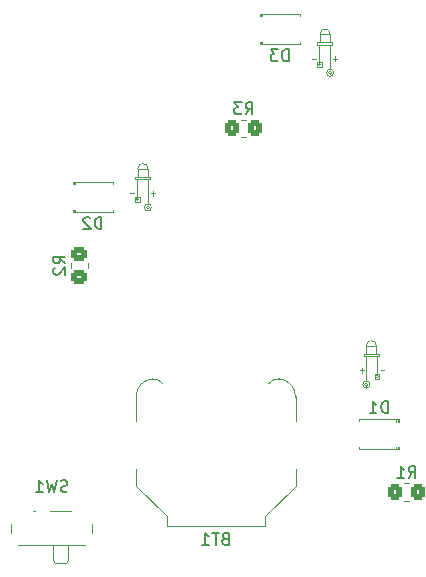
<source format=gbr>
%TF.GenerationSoftware,KiCad,Pcbnew,8.0.4*%
%TF.CreationDate,2024-12-02T20:50:40-07:00*%
%TF.ProjectId,tree,74726565-2e6b-4696-9361-645f70636258,rev?*%
%TF.SameCoordinates,Original*%
%TF.FileFunction,Legend,Bot*%
%TF.FilePolarity,Positive*%
%FSLAX46Y46*%
G04 Gerber Fmt 4.6, Leading zero omitted, Abs format (unit mm)*
G04 Created by KiCad (PCBNEW 8.0.4) date 2024-12-02 20:50:40*
%MOMM*%
%LPD*%
G01*
G04 APERTURE LIST*
G04 Aperture macros list*
%AMRoundRect*
0 Rectangle with rounded corners*
0 $1 Rounding radius*
0 $2 $3 $4 $5 $6 $7 $8 $9 X,Y pos of 4 corners*
0 Add a 4 corners polygon primitive as box body*
4,1,4,$2,$3,$4,$5,$6,$7,$8,$9,$2,$3,0*
0 Add four circle primitives for the rounded corners*
1,1,$1+$1,$2,$3*
1,1,$1+$1,$4,$5*
1,1,$1+$1,$6,$7*
1,1,$1+$1,$8,$9*
0 Add four rect primitives between the rounded corners*
20,1,$1+$1,$2,$3,$4,$5,0*
20,1,$1+$1,$4,$5,$6,$7,0*
20,1,$1+$1,$6,$7,$8,$9,0*
20,1,$1+$1,$8,$9,$2,$3,0*%
G04 Aperture macros list end*
%ADD10C,0.100000*%
%ADD11C,0.150000*%
%ADD12C,0.120000*%
%ADD13C,5.000000*%
%ADD14C,0.900000*%
%ADD15R,0.700000X1.500000*%
%ADD16R,3.500000X3.300000*%
%ADD17C,10.200000*%
%ADD18R,1.800000X1.800000*%
%ADD19C,1.800000*%
%ADD20RoundRect,0.250000X0.350000X0.450000X-0.350000X0.450000X-0.350000X-0.450000X0.350000X-0.450000X0*%
%ADD21RoundRect,0.250000X-0.450000X0.350000X-0.450000X-0.350000X0.450000X-0.350000X0.450000X0.350000X0*%
G04 APERTURE END LIST*
D10*
X160300000Y-102800000D02*
X160700000Y-102800000D01*
X160700000Y-102400000D01*
X160300000Y-102400000D01*
X160300000Y-102800000D01*
X160800000Y-102100000D02*
X161100000Y-102100000D01*
X160700000Y-100700000D02*
X159400000Y-100700000D01*
X160700000Y-100900000D02*
X160700000Y-100700000D01*
X159400000Y-100700000D02*
X159400000Y-100900000D01*
X159600000Y-100000000D02*
G75*
G02*
X160450000Y-100000000I425000J0D01*
G01*
X159400000Y-100900000D02*
X160700000Y-100900000D01*
X159741421Y-103300000D02*
G75*
G02*
X159458579Y-103300000I-141421J0D01*
G01*
X159458579Y-103300000D02*
G75*
G02*
X159741421Y-103300000I141421J0D01*
G01*
X160500000Y-102400000D02*
X160500000Y-100900000D01*
X159600000Y-100900000D02*
X159600000Y-103000000D01*
X160600000Y-102600000D02*
G75*
G02*
X160400000Y-102600000I-100000J0D01*
G01*
X160400000Y-102600000D02*
G75*
G02*
X160600000Y-102600000I100000J0D01*
G01*
X159600000Y-100700000D02*
X160450000Y-100700000D01*
X160450000Y-100000000D01*
X159600000Y-100000000D01*
X159600000Y-100700000D01*
X159025000Y-102100000D02*
X159375000Y-102100000D01*
X159900000Y-103300000D02*
G75*
G02*
X159300000Y-103300000I-300000J0D01*
G01*
X159300000Y-103300000D02*
G75*
G02*
X159900000Y-103300000I300000J0D01*
G01*
X159200000Y-102300000D02*
X159200000Y-101900000D01*
X155425000Y-76000000D02*
X155825000Y-76000000D01*
X155825000Y-76400000D01*
X155425000Y-76400000D01*
X155425000Y-76000000D01*
X155025000Y-75700000D02*
X155325000Y-75700000D01*
X156725000Y-74300000D02*
X155425000Y-74300000D01*
X155425000Y-74300000D02*
X155425000Y-74500000D01*
X156725000Y-74500000D02*
X156725000Y-74300000D01*
X155675000Y-73600000D02*
G75*
G02*
X156525000Y-73600000I425000J0D01*
G01*
X155425000Y-74500000D02*
X156725000Y-74500000D01*
X156666421Y-76900000D02*
G75*
G02*
X156383579Y-76900000I-141421J0D01*
G01*
X156383579Y-76900000D02*
G75*
G02*
X156666421Y-76900000I141421J0D01*
G01*
X155625000Y-74500000D02*
X155625000Y-76000000D01*
X156525000Y-76600000D02*
X156525000Y-74500000D01*
X155725000Y-76200000D02*
G75*
G02*
X155525000Y-76200000I-100000J0D01*
G01*
X155525000Y-76200000D02*
G75*
G02*
X155725000Y-76200000I100000J0D01*
G01*
X155675000Y-73600000D02*
X156525000Y-73600000D01*
X156525000Y-74300000D01*
X155675000Y-74300000D01*
X155675000Y-73600000D01*
X156750000Y-75700000D02*
X157100000Y-75700000D01*
X156825000Y-76900000D02*
G75*
G02*
X156225000Y-76900000I-300000J0D01*
G01*
X156225000Y-76900000D02*
G75*
G02*
X156825000Y-76900000I300000J0D01*
G01*
X156925000Y-75500000D02*
X156925000Y-75900000D01*
X141500000Y-86900000D02*
X141500000Y-87300000D01*
X141325000Y-87100000D02*
X141675000Y-87100000D01*
X139600000Y-87100000D02*
X139900000Y-87100000D01*
X141241421Y-88300000D02*
G75*
G02*
X140958579Y-88300000I-141421J0D01*
G01*
X140958579Y-88300000D02*
G75*
G02*
X141241421Y-88300000I141421J0D01*
G01*
X140300000Y-87600000D02*
G75*
G02*
X140100000Y-87600000I-100000J0D01*
G01*
X140100000Y-87600000D02*
G75*
G02*
X140300000Y-87600000I100000J0D01*
G01*
X141400000Y-88300000D02*
G75*
G02*
X140800000Y-88300000I-300000J0D01*
G01*
X140800000Y-88300000D02*
G75*
G02*
X141400000Y-88300000I300000J0D01*
G01*
X140000000Y-87400000D02*
X140400000Y-87400000D01*
X140400000Y-87800000D01*
X140000000Y-87800000D01*
X140000000Y-87400000D01*
X140250000Y-85000000D02*
G75*
G02*
X141100000Y-85000000I425000J0D01*
G01*
X140250000Y-85000000D02*
X141100000Y-85000000D01*
X141100000Y-85700000D01*
X140250000Y-85700000D01*
X140250000Y-85000000D01*
X140000000Y-85700000D02*
X140000000Y-85900000D01*
X141300000Y-85700000D02*
X140000000Y-85700000D01*
X141300000Y-85900000D02*
X141300000Y-85700000D01*
X140000000Y-85900000D02*
X141300000Y-85900000D01*
X141100000Y-88000000D02*
X141100000Y-85900000D01*
X140200000Y-85900000D02*
X140200000Y-87400000D01*
D11*
X134283332Y-112337200D02*
X134140475Y-112384819D01*
X134140475Y-112384819D02*
X133902380Y-112384819D01*
X133902380Y-112384819D02*
X133807142Y-112337200D01*
X133807142Y-112337200D02*
X133759523Y-112289580D01*
X133759523Y-112289580D02*
X133711904Y-112194342D01*
X133711904Y-112194342D02*
X133711904Y-112099104D01*
X133711904Y-112099104D02*
X133759523Y-112003866D01*
X133759523Y-112003866D02*
X133807142Y-111956247D01*
X133807142Y-111956247D02*
X133902380Y-111908628D01*
X133902380Y-111908628D02*
X134092856Y-111861009D01*
X134092856Y-111861009D02*
X134188094Y-111813390D01*
X134188094Y-111813390D02*
X134235713Y-111765771D01*
X134235713Y-111765771D02*
X134283332Y-111670533D01*
X134283332Y-111670533D02*
X134283332Y-111575295D01*
X134283332Y-111575295D02*
X134235713Y-111480057D01*
X134235713Y-111480057D02*
X134188094Y-111432438D01*
X134188094Y-111432438D02*
X134092856Y-111384819D01*
X134092856Y-111384819D02*
X133854761Y-111384819D01*
X133854761Y-111384819D02*
X133711904Y-111432438D01*
X133378570Y-111384819D02*
X133140475Y-112384819D01*
X133140475Y-112384819D02*
X132949999Y-111670533D01*
X132949999Y-111670533D02*
X132759523Y-112384819D01*
X132759523Y-112384819D02*
X132521428Y-111384819D01*
X131616666Y-112384819D02*
X132188094Y-112384819D01*
X131902380Y-112384819D02*
X131902380Y-111384819D01*
X131902380Y-111384819D02*
X131997618Y-111527676D01*
X131997618Y-111527676D02*
X132092856Y-111622914D01*
X132092856Y-111622914D02*
X132188094Y-111670533D01*
X147637659Y-116329216D02*
X147494802Y-116376835D01*
X147494802Y-116376835D02*
X147447183Y-116424454D01*
X147447183Y-116424454D02*
X147399564Y-116519692D01*
X147399564Y-116519692D02*
X147399564Y-116662549D01*
X147399564Y-116662549D02*
X147447183Y-116757787D01*
X147447183Y-116757787D02*
X147494802Y-116805407D01*
X147494802Y-116805407D02*
X147590040Y-116853026D01*
X147590040Y-116853026D02*
X147970992Y-116853026D01*
X147970992Y-116853026D02*
X147970992Y-115853026D01*
X147970992Y-115853026D02*
X147637659Y-115853026D01*
X147637659Y-115853026D02*
X147542421Y-115900645D01*
X147542421Y-115900645D02*
X147494802Y-115948264D01*
X147494802Y-115948264D02*
X147447183Y-116043502D01*
X147447183Y-116043502D02*
X147447183Y-116138740D01*
X147447183Y-116138740D02*
X147494802Y-116233978D01*
X147494802Y-116233978D02*
X147542421Y-116281597D01*
X147542421Y-116281597D02*
X147637659Y-116329216D01*
X147637659Y-116329216D02*
X147970992Y-116329216D01*
X147113849Y-115853026D02*
X146542421Y-115853026D01*
X146828135Y-116853026D02*
X146828135Y-115853026D01*
X145685278Y-116853026D02*
X146256706Y-116853026D01*
X145970992Y-116853026D02*
X145970992Y-115853026D01*
X145970992Y-115853026D02*
X146066230Y-115995883D01*
X146066230Y-115995883D02*
X146161468Y-116091121D01*
X146161468Y-116091121D02*
X146256706Y-116138740D01*
X153008094Y-75914819D02*
X153008094Y-74914819D01*
X153008094Y-74914819D02*
X152769999Y-74914819D01*
X152769999Y-74914819D02*
X152627142Y-74962438D01*
X152627142Y-74962438D02*
X152531904Y-75057676D01*
X152531904Y-75057676D02*
X152484285Y-75152914D01*
X152484285Y-75152914D02*
X152436666Y-75343390D01*
X152436666Y-75343390D02*
X152436666Y-75486247D01*
X152436666Y-75486247D02*
X152484285Y-75676723D01*
X152484285Y-75676723D02*
X152531904Y-75771961D01*
X152531904Y-75771961D02*
X152627142Y-75867200D01*
X152627142Y-75867200D02*
X152769999Y-75914819D01*
X152769999Y-75914819D02*
X153008094Y-75914819D01*
X152103332Y-74914819D02*
X151484285Y-74914819D01*
X151484285Y-74914819D02*
X151817618Y-75295771D01*
X151817618Y-75295771D02*
X151674761Y-75295771D01*
X151674761Y-75295771D02*
X151579523Y-75343390D01*
X151579523Y-75343390D02*
X151531904Y-75391009D01*
X151531904Y-75391009D02*
X151484285Y-75486247D01*
X151484285Y-75486247D02*
X151484285Y-75724342D01*
X151484285Y-75724342D02*
X151531904Y-75819580D01*
X151531904Y-75819580D02*
X151579523Y-75867200D01*
X151579523Y-75867200D02*
X151674761Y-75914819D01*
X151674761Y-75914819D02*
X151960475Y-75914819D01*
X151960475Y-75914819D02*
X152055713Y-75867200D01*
X152055713Y-75867200D02*
X152103332Y-75819580D01*
X149366666Y-80404819D02*
X149699999Y-79928628D01*
X149938094Y-80404819D02*
X149938094Y-79404819D01*
X149938094Y-79404819D02*
X149557142Y-79404819D01*
X149557142Y-79404819D02*
X149461904Y-79452438D01*
X149461904Y-79452438D02*
X149414285Y-79500057D01*
X149414285Y-79500057D02*
X149366666Y-79595295D01*
X149366666Y-79595295D02*
X149366666Y-79738152D01*
X149366666Y-79738152D02*
X149414285Y-79833390D01*
X149414285Y-79833390D02*
X149461904Y-79881009D01*
X149461904Y-79881009D02*
X149557142Y-79928628D01*
X149557142Y-79928628D02*
X149938094Y-79928628D01*
X149033332Y-79404819D02*
X148414285Y-79404819D01*
X148414285Y-79404819D02*
X148747618Y-79785771D01*
X148747618Y-79785771D02*
X148604761Y-79785771D01*
X148604761Y-79785771D02*
X148509523Y-79833390D01*
X148509523Y-79833390D02*
X148461904Y-79881009D01*
X148461904Y-79881009D02*
X148414285Y-79976247D01*
X148414285Y-79976247D02*
X148414285Y-80214342D01*
X148414285Y-80214342D02*
X148461904Y-80309580D01*
X148461904Y-80309580D02*
X148509523Y-80357200D01*
X148509523Y-80357200D02*
X148604761Y-80404819D01*
X148604761Y-80404819D02*
X148890475Y-80404819D01*
X148890475Y-80404819D02*
X148985713Y-80357200D01*
X148985713Y-80357200D02*
X149033332Y-80309580D01*
X134104819Y-93033333D02*
X133628628Y-92700000D01*
X134104819Y-92461905D02*
X133104819Y-92461905D01*
X133104819Y-92461905D02*
X133104819Y-92842857D01*
X133104819Y-92842857D02*
X133152438Y-92938095D01*
X133152438Y-92938095D02*
X133200057Y-92985714D01*
X133200057Y-92985714D02*
X133295295Y-93033333D01*
X133295295Y-93033333D02*
X133438152Y-93033333D01*
X133438152Y-93033333D02*
X133533390Y-92985714D01*
X133533390Y-92985714D02*
X133581009Y-92938095D01*
X133581009Y-92938095D02*
X133628628Y-92842857D01*
X133628628Y-92842857D02*
X133628628Y-92461905D01*
X133200057Y-93414286D02*
X133152438Y-93461905D01*
X133152438Y-93461905D02*
X133104819Y-93557143D01*
X133104819Y-93557143D02*
X133104819Y-93795238D01*
X133104819Y-93795238D02*
X133152438Y-93890476D01*
X133152438Y-93890476D02*
X133200057Y-93938095D01*
X133200057Y-93938095D02*
X133295295Y-93985714D01*
X133295295Y-93985714D02*
X133390533Y-93985714D01*
X133390533Y-93985714D02*
X133533390Y-93938095D01*
X133533390Y-93938095D02*
X134104819Y-93366667D01*
X134104819Y-93366667D02*
X134104819Y-93985714D01*
X137168094Y-90114819D02*
X137168094Y-89114819D01*
X137168094Y-89114819D02*
X136929999Y-89114819D01*
X136929999Y-89114819D02*
X136787142Y-89162438D01*
X136787142Y-89162438D02*
X136691904Y-89257676D01*
X136691904Y-89257676D02*
X136644285Y-89352914D01*
X136644285Y-89352914D02*
X136596666Y-89543390D01*
X136596666Y-89543390D02*
X136596666Y-89686247D01*
X136596666Y-89686247D02*
X136644285Y-89876723D01*
X136644285Y-89876723D02*
X136691904Y-89971961D01*
X136691904Y-89971961D02*
X136787142Y-90067200D01*
X136787142Y-90067200D02*
X136929999Y-90114819D01*
X136929999Y-90114819D02*
X137168094Y-90114819D01*
X136215713Y-89210057D02*
X136168094Y-89162438D01*
X136168094Y-89162438D02*
X136072856Y-89114819D01*
X136072856Y-89114819D02*
X135834761Y-89114819D01*
X135834761Y-89114819D02*
X135739523Y-89162438D01*
X135739523Y-89162438D02*
X135691904Y-89210057D01*
X135691904Y-89210057D02*
X135644285Y-89305295D01*
X135644285Y-89305295D02*
X135644285Y-89400533D01*
X135644285Y-89400533D02*
X135691904Y-89543390D01*
X135691904Y-89543390D02*
X136263332Y-90114819D01*
X136263332Y-90114819D02*
X135644285Y-90114819D01*
X163166666Y-111204819D02*
X163499999Y-110728628D01*
X163738094Y-111204819D02*
X163738094Y-110204819D01*
X163738094Y-110204819D02*
X163357142Y-110204819D01*
X163357142Y-110204819D02*
X163261904Y-110252438D01*
X163261904Y-110252438D02*
X163214285Y-110300057D01*
X163214285Y-110300057D02*
X163166666Y-110395295D01*
X163166666Y-110395295D02*
X163166666Y-110538152D01*
X163166666Y-110538152D02*
X163214285Y-110633390D01*
X163214285Y-110633390D02*
X163261904Y-110681009D01*
X163261904Y-110681009D02*
X163357142Y-110728628D01*
X163357142Y-110728628D02*
X163738094Y-110728628D01*
X162214285Y-111204819D02*
X162785713Y-111204819D01*
X162499999Y-111204819D02*
X162499999Y-110204819D01*
X162499999Y-110204819D02*
X162595237Y-110347676D01*
X162595237Y-110347676D02*
X162690475Y-110442914D01*
X162690475Y-110442914D02*
X162785713Y-110490533D01*
X161408094Y-105694819D02*
X161408094Y-104694819D01*
X161408094Y-104694819D02*
X161169999Y-104694819D01*
X161169999Y-104694819D02*
X161027142Y-104742438D01*
X161027142Y-104742438D02*
X160931904Y-104837676D01*
X160931904Y-104837676D02*
X160884285Y-104932914D01*
X160884285Y-104932914D02*
X160836666Y-105123390D01*
X160836666Y-105123390D02*
X160836666Y-105266247D01*
X160836666Y-105266247D02*
X160884285Y-105456723D01*
X160884285Y-105456723D02*
X160931904Y-105551961D01*
X160931904Y-105551961D02*
X161027142Y-105647200D01*
X161027142Y-105647200D02*
X161169999Y-105694819D01*
X161169999Y-105694819D02*
X161408094Y-105694819D01*
X159884285Y-105694819D02*
X160455713Y-105694819D01*
X160169999Y-105694819D02*
X160169999Y-104694819D01*
X160169999Y-104694819D02*
X160265237Y-104837676D01*
X160265237Y-104837676D02*
X160360475Y-104932914D01*
X160360475Y-104932914D02*
X160455713Y-104980533D01*
D12*
%TO.C,SW1*%
X136400000Y-115850000D02*
X136400000Y-115060000D01*
X130100000Y-116860000D02*
X135800000Y-116860000D01*
X132850000Y-114010000D02*
X134550000Y-114010000D01*
X134350000Y-118150000D02*
X134350000Y-116860000D01*
X134150000Y-118360000D02*
X134350000Y-118150000D01*
X133250000Y-118360000D02*
X134150000Y-118360000D01*
X133250000Y-118360000D02*
X133050000Y-118150000D01*
X133050000Y-116860000D02*
X133050000Y-118150000D01*
X131350000Y-114010000D02*
X131550000Y-114010000D01*
X129500000Y-115060000D02*
X129500000Y-115850000D01*
%TO.C,BT1*%
X140101945Y-104298207D02*
X140101945Y-106398207D01*
X140101945Y-111848207D02*
X140101945Y-110398207D01*
X142701945Y-114448207D02*
X140101945Y-111848207D01*
X142701945Y-115248207D02*
X142701945Y-114448207D01*
X151001945Y-114448207D02*
X151001945Y-115248207D01*
X151001945Y-115248207D02*
X142701945Y-115248207D01*
X153601945Y-104298207D02*
X153601945Y-106398207D01*
X153601945Y-110398207D02*
X153601945Y-111848207D01*
X153601945Y-111848207D02*
X151001945Y-114448207D01*
X140101945Y-104348207D02*
G75*
G02*
X141551945Y-102798207I1499999J50001D01*
G01*
X141437330Y-102814047D02*
G75*
G02*
X142351945Y-103198207I124615J-984161D01*
G01*
X151351945Y-103198207D02*
G75*
G02*
X152266560Y-102814047I790000J-600000D01*
G01*
X152151945Y-102798207D02*
G75*
G02*
X153601945Y-104348207I-50000J-1500000D01*
G01*
%TO.C,D3*%
X150560000Y-71940000D02*
X150560000Y-72120000D01*
X150560000Y-74280000D02*
X150560000Y-74460000D01*
X150680000Y-71940000D02*
X150680000Y-72120000D01*
X150680000Y-74280000D02*
X150680000Y-74460000D01*
X150800000Y-71940000D02*
X150800000Y-72120000D01*
X150800000Y-74280000D02*
X150800000Y-74460000D01*
X153980000Y-71940000D02*
X150560000Y-71940000D01*
X153980000Y-71940000D02*
X153980000Y-72105000D01*
X153980000Y-74295000D02*
X153980000Y-74460000D01*
X153980000Y-74460000D02*
X150560000Y-74460000D01*
%TO.C,R3*%
X148972936Y-80865000D02*
X149427064Y-80865000D01*
X148972936Y-82335000D02*
X149427064Y-82335000D01*
%TO.C,R2*%
X134565000Y-93427064D02*
X134565000Y-92972936D01*
X136035000Y-93427064D02*
X136035000Y-92972936D01*
%TO.C,D2*%
X134720000Y-86140000D02*
X134720000Y-86320000D01*
X134720000Y-88480000D02*
X134720000Y-88660000D01*
X134840000Y-86140000D02*
X134840000Y-86320000D01*
X134840000Y-88480000D02*
X134840000Y-88660000D01*
X134960000Y-86140000D02*
X134960000Y-86320000D01*
X134960000Y-88480000D02*
X134960000Y-88660000D01*
X138140000Y-86140000D02*
X134720000Y-86140000D01*
X138140000Y-86140000D02*
X138140000Y-86305000D01*
X138140000Y-88495000D02*
X138140000Y-88660000D01*
X138140000Y-88660000D02*
X134720000Y-88660000D01*
%TO.C,R1*%
X162772936Y-111665000D02*
X163227064Y-111665000D01*
X162772936Y-113135000D02*
X163227064Y-113135000D01*
%TO.C,D1*%
X158960000Y-106240000D02*
X162380000Y-106240000D01*
X158960000Y-106405000D02*
X158960000Y-106240000D01*
X158960000Y-108760000D02*
X158960000Y-108595000D01*
X158960000Y-108760000D02*
X162380000Y-108760000D01*
X162140000Y-106420000D02*
X162140000Y-106240000D01*
X162140000Y-108760000D02*
X162140000Y-108580000D01*
X162260000Y-106420000D02*
X162260000Y-106240000D01*
X162260000Y-108760000D02*
X162260000Y-108580000D01*
X162380000Y-106420000D02*
X162380000Y-106240000D01*
X162380000Y-108760000D02*
X162380000Y-108580000D01*
%TD*%
%LPC*%
D10*
X155000000Y-115600000D02*
X166100000Y-115600000D01*
X166100000Y-118400000D01*
X155000000Y-118400000D01*
X155000000Y-115600000D01*
G36*
X155000000Y-115600000D02*
G01*
X166100000Y-115600000D01*
X166100000Y-118400000D01*
X155000000Y-118400000D01*
X155000000Y-115600000D01*
G37*
D13*
%TO.C,*%
X146100000Y-60000000D03*
%TD*%
D14*
%TO.C,SW1*%
X134450000Y-115460000D03*
X131450000Y-115460000D03*
D15*
X135200000Y-113700000D03*
X132200000Y-113700000D03*
X130700000Y-113700000D03*
%TD*%
D16*
%TO.C,BT1*%
X138951945Y-108398207D03*
X154751945Y-108398207D03*
D17*
X146851945Y-108398207D03*
%TD*%
D18*
%TO.C,D3*%
X151000000Y-73200000D03*
D19*
X153540000Y-73200000D03*
%TD*%
D20*
%TO.C,R3*%
X150200000Y-81600000D03*
X148200000Y-81600000D03*
%TD*%
D21*
%TO.C,R2*%
X135300000Y-92200000D03*
X135300000Y-94200000D03*
%TD*%
D18*
%TO.C,D2*%
X135160000Y-87400000D03*
D19*
X137700000Y-87400000D03*
%TD*%
D20*
%TO.C,R1*%
X164000000Y-112400000D03*
X162000000Y-112400000D03*
%TD*%
D18*
%TO.C,D1*%
X161940000Y-107500000D03*
D19*
X159400000Y-107500000D03*
%TD*%
%LPD*%
M02*

</source>
